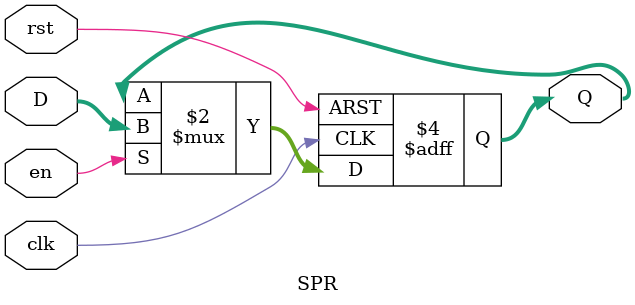
<source format=sv>
module SPR (
	input logic clk,
	input logic rst,
	input logic en,
	input logic [31:0] D,
	output logic [31:0] Q
);

	always_ff @(posedge clk or posedge rst) begin
		if (rst) Q <= 32'h0;
		else if (en) Q <= D;
	end
	
endmodule

</source>
